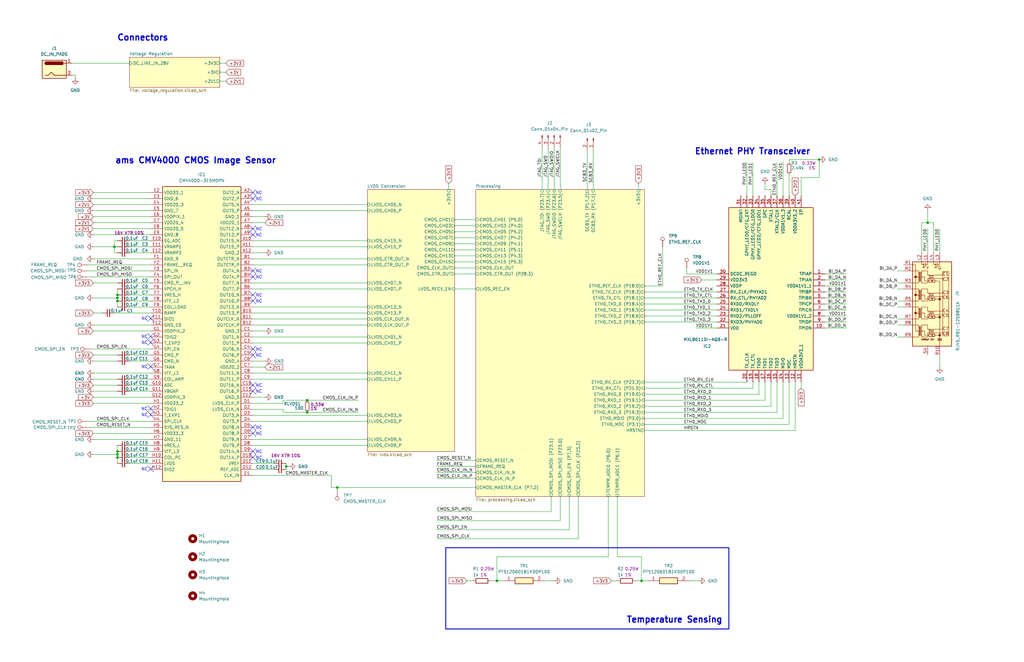
<source format=kicad_sch>
(kicad_sch (version 20250114) (generator "eeschema") (generator_version "9.0")
  (paper "B")
  (title_block (title "S25-26: CMOS Detector Small Satellite Readout System") (date "2024-12-03") (rev "1") (company "Virginia Tech ECE Major Design Experience"))
  (rectangle (start 187.96 231.14) (end 307.34 265.43) (stroke (width 0.381)))
  (text "NC\n" (at 109.22 96.774 0) (effects (font (size 1.27 1.27))))
  (text "NC\n" (at 60.96 134.62 0) (effects (font (size 1.27 1.27))))
  (text "NC\n" (at 109.22 99.314 0) (effects (font (size 1.27 1.27))))
  (text "ams CMV4000 CMOS Image Sensor" (at 116.586 67.818 0) (effects (font (size 2.54 2.54) (thickness 0.508) (bold yes)) (justify right)))
  (text "NC\n" (at 60.96 198.12 0) (effects (font (size 1.27 1.27))))
  (text "NC\n" (at 109.22 114.554 0) (effects (font (size 1.27 1.27))))
  (text "NC\n" (at 109.22 190.754 0) (effects (font (size 1.27 1.27))))
  (text "NC\n" (at 109.22 183.134 0) (effects (font (size 1.27 1.27))))
  (text "Ethernet PHY Transceiver" (at 341.884 64.008 0) (effects (font (size 2.54 2.54) (thickness 0.508) (bold yes)) (justify right)))
  (text "NC\n" (at 109.22 180.594 0) (effects (font (size 1.27 1.27))))
  (text "NC\n" (at 109.22 124.714 0) (effects (font (size 1.27 1.27))))
  (text "NC\n" (at 60.96 175.26 0) (effects (font (size 1.27 1.27))))
  (text "NC\n" (at 109.22 150.114 0) (effects (font (size 1.27 1.27))))
  (text "NC\n" (at 109.22 81.534 0) (effects (font (size 1.27 1.27))))
  (text "NC\n" (at 109.22 165.354 0) (effects (font (size 1.27 1.27))))
  (text "Connectors" (at 71.12 16.002 0) (effects (font (size 2.54 2.54) (thickness 0.508) (bold yes)) (justify right)))
  (text "NC\n" (at 109.22 127.254 0) (effects (font (size 1.27 1.27))))
  (text "NC\n" (at 60.96 172.72 0) (effects (font (size 1.27 1.27))))
  (text "NC\n" (at 60.96 142.24 0) (effects (font (size 1.27 1.27))))
  (text "Temperature Sensing" (at 304.8 261.62 0) (effects (font (size 2.54 2.54) (thickness 0.508) (bold yes)) (justify right)))
  (text "NC\n" (at 109.22 147.574 0) (effects (font (size 1.27 1.27))))
  (text "NC\n" (at 109.22 117.094 0) (effects (font (size 1.27 1.27))))
  (text "NC\n" (at 109.22 162.814 0) (effects (font (size 1.27 1.27))))
  (text "NC\n" (at 109.22 84.074 0) (effects (font (size 1.27 1.27))))
  (text "NC\n" (at 60.96 154.94 0) (effects (font (size 1.27 1.27))))
  (text "NC\n" (at 60.96 144.78 0) (effects (font (size 1.27 1.27))))
  (text "NC\n" (at 109.22 193.294 0) (effects (font (size 1.27 1.27))))
  (junction (at 129.54 173.99))
  (junction (at 48.26 104.14))
  (junction (at 49.53 124.46))
  (junction (at 142.24 205.74))
  (junction (at 49.53 190.5))
  (junction (at 49.53 127))
  (junction (at 270.51 245.11))
  (junction (at 129.54 168.91))
  (junction (at 49.53 193.04))
  (junction (at 345.44 67.31))
  (junction (at 209.55 245.11))
  (junction (at 49.53 191.77))
  (junction (at 391.16 93.98))
  (junction (at 120.65 196.85))
  (junction (at 49.53 125.73))
  (wire (pts (xy 270.51 234.95) (xy 270.51 245.11)))
  (wire (pts (xy 119.38 170.18) (xy 119.38 168.91)))
  (wire (pts (xy 322.58 168.91) (xy 322.58 161.29)))
  (wire (pts (xy 356.87 138.43) (xy 347.98 138.43)))
  (polyline (pts (xy 107.95 82.55) (xy 106.68 81.28)))
  (wire (pts (xy 337.82 74.93) (xy 337.82 82.55)))
  (wire (pts (xy 271.78 179.07) (xy 332.74 179.07)))
  (wire (pts (xy 260.35 209.55) (xy 260.35 234.95)))
  (wire (pts (xy 356.87 128.27) (xy 347.98 128.27)))
  (wire (pts (xy 63.5 101.6) (xy 54.61 101.6)))
  (wire (pts (xy 271.78 135.89) (xy 302.26 135.89)))
  (wire (pts (xy 184.15 219.71) (xy 236.22 219.71)))
  (wire (pts (xy 381 114.3) (xy 378.46 114.3)))
  (wire (pts (xy 271.78 123.19) (xy 302.26 123.19)))
  (wire (pts (xy 184.15 194.31) (xy 200.66 194.31)))
  (wire (pts (xy 191.77 100.33) (xy 200.66 100.33)))
  (wire (pts (xy 49.53 187.96) (xy 49.53 190.5)))
  (polyline (pts (xy 63.5 144.526) (xy 64.77 143.256)))
  (wire (pts (xy 191.77 121.92) (xy 200.66 121.92)))
  (polyline (pts (xy 107.95 118.11) (xy 106.68 116.84)))
  (wire (pts (xy 39.37 165.1) (xy 49.53 165.1)))
  (wire (pts (xy 119.38 173.99) (xy 129.54 173.99)))
  (wire (pts (xy 39.37 109.22) (xy 63.5 109.22)))
  (wire (pts (xy 271.78 166.37) (xy 320.04 166.37)))
  (polyline (pts (xy 106.68 180.34) (xy 105.41 181.61)))
  (wire (pts (xy 191.77 92.71) (xy 200.66 92.71)))
  (wire (pts (xy 289.56 113.03) (xy 289.56 115.57)))
  (polyline (pts (xy 62.23 171.196) (xy 63.5 172.466)))
  (wire (pts (xy 49.53 190.5) (xy 49.53 191.77)))
  (wire (pts (xy 332.74 179.07) (xy 332.74 161.29)))
  (polyline (pts (xy 106.68 127) (xy 105.41 128.27)))
  (wire (pts (xy 256.54 234.95) (xy 209.55 234.95)))
  (wire (pts (xy 332.74 67.31) (xy 345.44 67.31)))
  (wire (pts (xy 330.2 176.53) (xy 330.2 161.29)))
  (wire (pts (xy 54.61 119.38) (xy 63.5 119.38)))
  (wire (pts (xy 38.1 147.32) (xy 63.5 147.32)))
  (wire (pts (xy 129.54 168.91) (xy 151.13 168.91)))
  (wire (pts (xy 233.68 62.23) (xy 233.68 80.01)))
  (wire (pts (xy 106.68 144.78) (xy 154.94 144.78)))
  (polyline (pts (xy 62.23 140.716) (xy 63.5 141.986)))
  (wire (pts (xy 106.68 86.36) (xy 154.94 86.36)))
  (wire (pts (xy 209.55 234.95) (xy 209.55 245.11)))
  (wire (pts (xy 184.15 227.33) (xy 243.84 227.33)))
  (wire (pts (xy 92.71 34.29) (xy 95.25 34.29)))
  (polyline (pts (xy 107.95 184.15) (xy 106.68 182.88)))
  (polyline (pts (xy 106.68 83.82) (xy 105.41 85.09)))
  (wire (pts (xy 388.62 93.98) (xy 388.62 106.68)))
  (polyline (pts (xy 63.5 175.006) (xy 64.77 176.276)))
  (wire (pts (xy 335.28 181.61) (xy 335.28 161.29)))
  (polyline (pts (xy 106.68 83.82) (xy 105.41 82.55)))
  (wire (pts (xy 270.51 245.11) (xy 273.05 245.11)))
  (wire (pts (xy 48.26 104.14) (xy 48.26 106.68)))
  (polyline (pts (xy 63.5 172.466) (xy 64.77 171.196)))
  (wire (pts (xy 356.87 118.11) (xy 347.98 118.11)))
  (wire (pts (xy 271.78 130.81) (xy 302.26 130.81)))
  (wire (pts (xy 191.77 110.49) (xy 200.66 110.49)))
  (wire (pts (xy 39.37 191.77) (xy 49.53 191.77)))
  (wire (pts (xy 271.78 128.27) (xy 302.26 128.27)))
  (polyline (pts (xy 63.5 134.366) (xy 64.77 133.096)))
  (wire (pts (xy 106.68 160.02) (xy 154.94 160.02)))
  (wire (pts (xy 317.5 163.83) (xy 317.5 161.29)))
  (wire (pts (xy 231.14 62.23) (xy 231.14 80.01)))
  (polyline (pts (xy 107.95 191.77) (xy 106.68 193.04)))
  (wire (pts (xy 271.78 171.45) (xy 325.12 171.45)))
  (polyline (pts (xy 107.95 80.01) (xy 106.68 81.28)))
  (wire (pts (xy 191.77 105.41) (xy 200.66 105.41)))
  (wire (pts (xy 39.37 139.7) (xy 63.5 139.7)))
  (wire (pts (xy 54.61 124.46) (xy 63.5 124.46)))
  (wire (pts (xy 290.83 245.11) (xy 294.64 245.11)))
  (wire (pts (xy 119.38 168.91) (xy 129.54 168.91)))
  (wire (pts (xy 39.37 119.38) (xy 49.53 119.38)))
  (polyline (pts (xy 63.5 154.686) (xy 64.77 153.416)))
  (wire (pts (xy 391.16 93.98) (xy 393.7 93.98)))
  (wire (pts (xy 347.98 133.35) (xy 356.87 133.35)))
  (wire (pts (xy 347.98 120.65) (xy 356.87 120.65)))
  (wire (pts (xy 49.53 124.46) (xy 49.53 125.73)))
  (wire (pts (xy 106.68 132.08) (xy 154.94 132.08)))
  (polyline (pts (xy 106.68 96.52) (xy 105.41 95.25)))
  (wire (pts (xy 302.26 118.11) (xy 295.91 118.11)))
  (polyline (pts (xy 107.95 161.29) (xy 106.68 162.56)))
  (wire (pts (xy 39.37 149.86) (xy 49.53 149.86)))
  (wire (pts (xy 106.68 195.58) (xy 115.57 195.58)))
  (wire (pts (xy 106.68 187.96) (xy 154.94 187.96)))
  (wire (pts (xy 49.53 191.77) (xy 49.53 193.04)))
  (wire (pts (xy 54.61 129.54) (xy 63.5 129.54)))
  (wire (pts (xy 271.78 161.29) (xy 314.96 161.29)))
  (wire (pts (xy 119.38 172.72) (xy 119.38 173.99)))
  (polyline (pts (xy 62.23 155.956) (xy 63.5 154.686)))
  (wire (pts (xy 356.87 115.57) (xy 347.98 115.57)))
  (wire (pts (xy 39.37 81.28) (xy 63.5 81.28)))
  (polyline (pts (xy 106.68 127) (xy 105.41 125.73)))
  (wire (pts (xy 191.77 97.79) (xy 200.66 97.79)))
  (wire (pts (xy 293.37 138.43) (xy 302.26 138.43)))
  (polyline (pts (xy 62.23 143.256) (xy 63.5 144.526)))
  (polyline (pts (xy 107.95 97.79) (xy 106.68 99.06)))
  (polyline (pts (xy 62.23 176.276) (xy 63.5 175.006)))
  (wire (pts (xy 236.22 209.55) (xy 236.22 219.71)))
  (polyline (pts (xy 107.95 100.33) (xy 106.68 99.06)))
  (wire (pts (xy 111.76 152.4) (xy 106.68 152.4)))
  (polyline (pts (xy 106.68 116.84) (xy 105.41 118.11)))
  (wire (pts (xy 314.96 68.58) (xy 314.96 82.55)))
  (wire (pts (xy 279.4 104.14) (xy 279.4 120.65)))
  (polyline (pts (xy 106.68 124.46) (xy 105.41 125.73)))
  (wire (pts (xy 48.26 101.6) (xy 49.53 101.6)))
  (polyline (pts (xy 107.95 181.61) (xy 106.68 180.34)))
  (wire (pts (xy 54.61 149.86) (xy 63.5 149.86)))
  (wire (pts (xy 30.48 31.75) (xy 31.75 31.75)))
  (wire (pts (xy 106.68 200.66) (xy 139.7 200.66)))
  (polyline (pts (xy 62.23 196.596) (xy 63.5 197.866)))
  (wire (pts (xy 106.68 121.92) (xy 154.94 121.92)))
  (wire (pts (xy 356.87 130.81) (xy 347.98 130.81)))
  (polyline (pts (xy 107.95 113.03) (xy 106.68 114.3)))
  (wire (pts (xy 39.37 132.08) (xy 43.18 132.08)))
  (polyline (pts (xy 106.68 99.06) (xy 105.41 97.79)))
  (polyline (pts (xy 106.68 96.52) (xy 105.41 97.79)))
  (polyline (pts (xy 106.68 165.1) (xy 105.41 166.37)))
  (polyline (pts (xy 62.23 199.136) (xy 63.5 197.866)))
  (wire (pts (xy 106.68 170.18) (xy 119.38 170.18)))
  (wire (pts (xy 381 121.92) (xy 378.46 121.92)))
  (polyline (pts (xy 106.68 193.04) (xy 105.41 191.77)))
  (wire (pts (xy 48.26 101.6) (xy 48.26 104.14)))
  (wire (pts (xy 142.24 205.74) (xy 142.24 207.01)))
  (wire (pts (xy 240.03 223.52) (xy 184.15 223.52)))
  (wire (pts (xy 388.62 93.98) (xy 391.16 93.98)))
  (wire (pts (xy 39.37 182.88) (xy 63.5 182.88)))
  (wire (pts (xy 228.6 62.23) (xy 228.6 80.01)))
  (polyline (pts (xy 107.95 163.83) (xy 106.68 165.1)))
  (wire (pts (xy 381 134.62) (xy 378.46 134.62)))
  (wire (pts (xy 381 129.54) (xy 378.46 129.54)))
  (polyline (pts (xy 107.95 151.13) (xy 106.68 149.86)))
  (wire (pts (xy 111.76 93.98) (xy 106.68 93.98)))
  (wire (pts (xy 271.78 120.65) (xy 279.4 120.65)))
  (wire (pts (xy 106.68 175.26) (xy 154.94 175.26)))
  (polyline (pts (xy 62.23 145.796) (xy 63.5 144.526)))
  (wire (pts (xy 320.04 166.37) (xy 320.04 161.29)))
  (wire (pts (xy 54.61 190.5) (xy 63.5 190.5)))
  (polyline (pts (xy 106.68 193.04) (xy 105.41 194.31)))
  (wire (pts (xy 106.68 137.16) (xy 154.94 137.16)))
  (polyline (pts (xy 107.95 146.05) (xy 106.68 147.32)))
  (polyline (pts (xy 106.68 81.28) (xy 105.41 80.01)))
  (wire (pts (xy 129.54 173.99) (xy 151.13 173.99)))
  (polyline (pts (xy 106.68 190.5) (xy 105.41 191.77)))
  (polyline (pts (xy 107.95 189.23) (xy 106.68 190.5)))
  (wire (pts (xy 396.24 149.86) (xy 396.24 154.94)))
  (wire (pts (xy 106.68 119.38) (xy 154.94 119.38)))
  (wire (pts (xy 356.87 135.89) (xy 347.98 135.89)))
  (wire (pts (xy 200.66 205.74) (xy 142.24 205.74)))
  (polyline (pts (xy 62.23 173.736) (xy 63.5 175.006)))
  (wire (pts (xy 106.68 134.62) (xy 154.94 134.62)))
  (wire (pts (xy 48.26 104.14) (xy 49.53 104.14)))
  (wire (pts (xy 36.83 114.3) (xy 63.5 114.3)))
  (wire (pts (xy 196.85 245.11) (xy 199.39 245.11)))
  (wire (pts (xy 120.65 196.85) (xy 120.65 198.12)))
  (wire (pts (xy 184.15 215.9) (xy 232.41 215.9)))
  (polyline (pts (xy 106.68 165.1) (xy 105.41 163.83)))
  (wire (pts (xy 345.44 67.31) (xy 345.44 74.93)))
  (wire (pts (xy 271.78 163.83) (xy 317.5 163.83)))
  (polyline (pts (xy 62.23 143.256) (xy 63.5 141.986)))
  (polyline (pts (xy 63.5 197.866) (xy 64.77 199.136)))
  (wire (pts (xy 54.61 121.92) (xy 63.5 121.92)))
  (wire (pts (xy 92.71 26.67) (xy 95.25 26.67)))
  (wire (pts (xy 39.37 137.16) (xy 63.5 137.16)))
  (wire (pts (xy 337.82 163.83) (xy 337.82 161.29)))
  (wire (pts (xy 39.37 93.98) (xy 63.5 93.98)))
  (wire (pts (xy 325.12 171.45) (xy 325.12 161.29)))
  (wire (pts (xy 189.23 77.47) (xy 189.23 80.01)))
  (wire (pts (xy 106.68 101.6) (xy 154.94 101.6)))
  (polyline (pts (xy 106.68 116.84) (xy 105.41 115.57)))
  (wire (pts (xy 191.77 113.03) (xy 200.66 113.03)))
  (wire (pts (xy 289.56 115.57) (xy 302.26 115.57)))
  (wire (pts (xy 260.35 234.95) (xy 270.51 234.95)))
  (wire (pts (xy 381 142.24) (xy 378.46 142.24)))
  (polyline (pts (xy 107.95 166.37) (xy 106.68 165.1)))
  (wire (pts (xy 332.74 73.66) (xy 332.74 82.55)))
  (polyline (pts (xy 107.95 97.79) (xy 106.68 96.52)))
  (wire (pts (xy 48.26 106.68) (xy 49.53 106.68)))
  (polyline (pts (xy 107.95 125.73) (xy 106.68 124.46)))
  (polyline (pts (xy 62.23 133.096) (xy 63.5 134.366)))
  (wire (pts (xy 106.68 198.12) (xy 115.57 198.12)))
  (wire (pts (xy 106.68 104.14) (xy 154.94 104.14)))
  (wire (pts (xy 39.37 96.52) (xy 63.5 96.52)))
  (wire (pts (xy 332.74 67.31) (xy 332.74 68.58)))
  (polyline (pts (xy 107.95 82.55) (xy 106.68 83.82)))
  (polyline (pts (xy 106.68 81.28) (xy 105.41 82.55)))
  (polyline (pts (xy 107.95 128.27) (xy 106.68 127)))
  (wire (pts (xy 191.77 102.87) (xy 200.66 102.87)))
  (wire (pts (xy 106.68 157.48) (xy 154.94 157.48)))
  (wire (pts (xy 31.75 31.75) (xy 31.75 33.02)))
  (wire (pts (xy 106.68 142.24) (xy 154.94 142.24)))
  (wire (pts (xy 111.76 106.68) (xy 106.68 106.68)))
  (wire (pts (xy 39.37 104.14) (xy 48.26 104.14)))
  (wire (pts (xy 142.24 205.74) (xy 139.7 205.74)))
  (polyline (pts (xy 63.5 175.006) (xy 64.77 173.736)))
  (wire (pts (xy 391.16 88.9) (xy 391.16 93.98)))
  (polyline (pts (xy 106.68 162.56) (xy 105.41 161.29)))
  (polyline (pts (xy 106.68 149.86) (xy 105.41 151.13)))
  (wire (pts (xy 393.7 106.68) (xy 393.7 93.98)))
  (wire (pts (xy 184.15 196.85) (xy 200.66 196.85)))
  (wire (pts (xy 49.53 193.04) (xy 49.53 195.58)))
  (wire (pts (xy 54.61 104.14) (xy 63.5 104.14)))
  (wire (pts (xy 271.78 168.91) (xy 322.58 168.91)))
  (polyline (pts (xy 106.68 180.34) (xy 105.41 179.07)))
  (polyline (pts (xy 107.95 115.57) (xy 106.68 116.84)))
  (wire (pts (xy 184.15 199.39) (xy 200.66 199.39)))
  (wire (pts (xy 267.97 245.11) (xy 270.51 245.11)))
  (wire (pts (xy 184.15 201.93) (xy 200.66 201.93)))
  (wire (pts (xy 106.68 88.9) (xy 154.94 88.9)))
  (wire (pts (xy 381 127) (xy 378.46 127)))
  (wire (pts (xy 236.22 62.23) (xy 236.22 80.01)))
  (wire (pts (xy 39.37 160.02) (xy 49.53 160.02)))
  (polyline (pts (xy 106.68 147.32) (xy 105.41 146.05)))
  (polyline (pts (xy 106.68 114.3) (xy 105.41 113.03)))
  (wire (pts (xy 111.76 154.94) (xy 106.68 154.94)))
  (wire (pts (xy 250.19 63.5) (xy 250.19 80.01)))
  (wire (pts (xy 191.77 107.95) (xy 200.66 107.95)))
  (wire (pts (xy 271.78 173.99) (xy 327.66 173.99)))
  (polyline (pts (xy 107.95 85.09) (xy 106.68 83.82)))
  (polyline (pts (xy 63.5 141.986) (xy 64.77 143.256)))
  (wire (pts (xy 39.37 88.9) (xy 63.5 88.9)))
  (wire (pts (xy 243.84 209.55) (xy 243.84 227.33)))
  (wire (pts (xy 191.77 95.25) (xy 200.66 95.25)))
  (wire (pts (xy 317.5 68.58) (xy 317.5 82.55)))
  (wire (pts (xy 207.01 245.11) (xy 209.55 245.11)))
  (wire (pts (xy 39.37 170.18) (xy 63.5 170.18)))
  (wire (pts (xy 271.78 133.35) (xy 302.26 133.35)))
  (wire (pts (xy 39.37 185.42) (xy 63.5 185.42)))
  (wire (pts (xy 327.66 173.99) (xy 327.66 161.29)))
  (polyline (pts (xy 107.95 179.07) (xy 106.68 180.34)))
  (wire (pts (xy 54.61 106.68) (xy 63.5 106.68)))
  (wire (pts (xy 54.61 152.4) (xy 63.5 152.4)))
  (polyline (pts (xy 63.5 144.526) (xy 64.77 145.796)))
  (polyline (pts (xy 63.5 134.366) (xy 64.77 135.636)))
  (wire (pts (xy 39.37 91.44) (xy 63.5 91.44)))
  (polyline (pts (xy 107.95 125.73) (xy 106.68 127)))
  (wire (pts (xy 240.03 209.55) (xy 240.03 223.52)))
  (polyline (pts (xy 106.68 190.5) (xy 105.41 189.23)))
  (wire (pts (xy 111.76 91.44) (xy 106.68 91.44)))
  (wire (pts (xy 92.71 30.48) (xy 95.25 30.48)))
  (polyline (pts (xy 62.23 173.736) (xy 63.5 172.466)))
  (wire (pts (xy 229.87 245.11) (xy 233.68 245.11)))
  (wire (pts (xy 106.68 111.76) (xy 154.94 111.76)))
  (polyline (pts (xy 106.68 182.88) (xy 105.41 184.15)))
  (wire (pts (xy 49.53 127) (xy 49.53 129.54)))
  (wire (pts (xy 322.58 80.01) (xy 325.12 80.01)))
  (wire (pts (xy 36.83 111.76) (xy 63.5 111.76)))
  (polyline (pts (xy 107.95 95.25) (xy 106.68 96.52)))
  (polyline (pts (xy 106.68 182.88) (xy 105.41 181.61)))
  (wire (pts (xy 396.24 96.52) (xy 396.24 106.68)))
  (wire (pts (xy 54.61 165.1) (xy 63.5 165.1)))
  (wire (pts (xy 30.48 26.67) (xy 54.61 26.67)))
  (wire (pts (xy 39.37 99.06) (xy 63.5 99.06)))
  (wire (pts (xy 345.44 74.93) (xy 337.82 74.93)))
  (wire (pts (xy 54.61 187.96) (xy 63.5 187.96)))
  (polyline (pts (xy 107.95 163.83) (xy 106.68 162.56)))
  (polyline (pts (xy 106.68 149.86) (xy 105.41 148.59)))
  (wire (pts (xy 54.61 195.58) (xy 63.5 195.58)))
  (polyline (pts (xy 107.95 123.19) (xy 106.68 124.46)))
  (wire (pts (xy 330.2 68.58) (xy 330.2 82.55)))
  (wire (pts (xy 54.61 160.02) (xy 63.5 160.02)))
  (wire (pts (xy 106.68 167.64) (xy 111.76 167.64)))
  (wire (pts (xy 54.61 162.56) (xy 63.5 162.56)))
  (polyline (pts (xy 62.23 135.636) (xy 63.5 134.366)))
  (wire (pts (xy 36.83 116.84) (xy 63.5 116.84)))
  (wire (pts (xy 106.68 109.22) (xy 154.94 109.22)))
  (polyline (pts (xy 107.95 148.59) (xy 106.68 149.86)))
  (polyline (pts (xy 62.23 153.416) (xy 63.5 154.686)))
  (wire (pts (xy 111.76 139.7) (xy 106.68 139.7)))
  (wire (pts (xy 106.68 177.8) (xy 154.94 177.8)))
  (wire (pts (xy 381 137.16) (xy 378.46 137.16)))
  (wire (pts (xy 269.24 77.47) (xy 269.24 80.01)))
  (wire (pts (xy 106.68 129.54) (xy 154.94 129.54)))
  (wire (pts (xy 106.68 185.42) (xy 154.94 185.42)))
  (wire (pts (xy 322.58 77.47) (xy 322.58 80.01)))
  (wire (pts (xy 36.83 177.8) (xy 63.5 177.8)))
  (wire (pts (xy 39.37 125.73) (xy 49.53 125.73)))
  (wire (pts (xy 232.41 209.55) (xy 232.41 215.9)))
  (polyline (pts (xy 106.68 99.06) (xy 105.41 100.33)))
  (polyline (pts (xy 107.95 148.59) (xy 106.68 147.32)))
  (polyline (pts (xy 107.95 181.61) (xy 106.68 182.88)))
  (wire (pts (xy 325.12 80.01) (xy 325.12 82.55)))
  (wire (pts (xy 356.87 123.19) (xy 347.98 123.19)))
  (wire (pts (xy 120.65 196.85) (xy 121.92 196.85)))
  (wire (pts (xy 327.66 68.58) (xy 327.66 82.55)))
  (wire (pts (xy 271.78 176.53) (xy 330.2 176.53)))
  (wire (pts (xy 39.37 152.4) (xy 49.53 152.4)))
  (wire (pts (xy 120.65 195.58) (xy 120.65 196.85)))
  (wire (pts (xy 209.55 245.11) (xy 212.09 245.11)))
  (wire (pts (xy 39.37 157.48) (xy 63.5 157.48)))
  (wire (pts (xy 54.61 193.04) (xy 63.5 193.04)))
  (wire (pts (xy 36.83 180.34) (xy 63.5 180.34)))
  (wire (pts (xy 191.77 115.57) (xy 200.66 115.57)))
  (wire (pts (xy 106.68 172.72) (xy 119.38 172.72)))
  (polyline (pts (xy 106.68 162.56) (xy 105.41 163.83)))
  (polyline (pts (xy 107.95 194.31) (xy 106.68 193.04)))
  (wire (pts (xy 247.65 63.5) (xy 247.65 80.01)))
  (wire (pts (xy 54.61 127) (xy 63.5 127)))
  (wire (pts (xy 257.81 245.11) (xy 260.35 245.11)))
  (wire (pts (xy 39.37 83.82) (xy 63.5 83.82)))
  (polyline (pts (xy 106.68 147.32) (xy 105.41 148.59)))
  (wire (pts (xy 391.16 96.52) (xy 391.16 106.68)))
  (polyline (pts (xy 107.95 191.77) (xy 106.68 190.5)))
  (wire (pts (xy 49.53 121.92) (xy 49.53 124.46)))
  (wire (pts (xy 39.37 86.36) (xy 63.5 86.36)))
  (wire (pts (xy 356.87 125.73) (xy 347.98 125.73)))
  (polyline (pts (xy 63.5 197.866) (xy 64.77 196.596)))
  (polyline (pts (xy 63.5 172.466) (xy 64.77 173.736)))
  (wire (pts (xy 48.26 132.08) (xy 63.5 132.08)))
  (wire (pts (xy 49.53 125.73) (xy 49.53 127)))
  (polyline (pts (xy 63.5 141.986) (xy 64.77 140.716)))
  (wire (pts (xy 39.37 162.56) (xy 49.53 162.56)))
  (wire (pts (xy 381 119.38) (xy 378.46 119.38)))
  (polyline (pts (xy 106.68 114.3) (xy 105.41 115.57)))
  (polyline (pts (xy 107.95 115.57) (xy 106.68 114.3)))
  (wire (pts (xy 271.78 125.73) (xy 302.26 125.73)))
  (wire (pts (xy 271.78 181.61) (xy 335.28 181.61)))
  (wire (pts (xy 139.7 205.74) (xy 139.7 200.66)))
  (polyline (pts (xy 106.68 124.46) (xy 105.41 123.19)))
  (wire (pts (xy 256.54 209.55) (xy 256.54 234.95)))
  (polyline (pts (xy 63.5 154.686) (xy 64.77 155.956)))
  (wire (pts (xy 39.37 167.64) (xy 63.5 167.64)))
  (label "CMOS_SPI_MOSI" (at 184.15 215.9 0))
  (label "CMOS_SPI_CLK" (at 184.15 227.33 0))
  (label "ETH0_RX_CLK" (at 288.29 161.29 0))
  (label "SCB3_RX" (at 250.19 68.58 270))
  (label "ETH0_TXD_1" (at 288.29 130.81 0))
  (label "CMOS_RESET_N" (at 184.15 194.31 0))
  (label "CMOS_SPI_MOSI" (at 40.64 114.3 0))
  (label "CMOS_SPI_CLK" (at 40.64 177.8 0))
  (label "PHY_LED0" (at 396.24 96.52 270))
  (label "VDD1V1" (at 356.87 133.35 180))
  (label "BI_DA_N" (at 356.87 118.11 180))
  (label "BI_DC_N" (at 356.87 130.81 180))
  (label "CMOS_CLK_IN_P" (at 151.13 168.91 180))
  (label "ETH0_RXD_0" (at 288.29 166.37 0))
  (label "ETH0_TX_CLK" (at 288.29 123.19 0))
  (label "CMOS_CLK_IN_N" (at 151.13 173.99 180))
  (label "PHY_LED0" (at 391.16 96.52 270))
  (label "BI_DD_N" (at 378.46 142.24 180))
  (label "ETH0_TXD_0" (at 288.29 128.27 0))
  (label "BI_DD_N" (at 356.87 138.43 180))
  (label "SCB3_TX" (at 247.65 68.58 270))
  (label "ETH0_TX_CTL" (at 288.29 125.73 0))
  (label "ETH0_RX_CTL" (at 288.29 163.83 0))
  (label "CMOS_MASTER_CLK" (at 138.43 200.66 180))
  (label "VDD1V1" (at 356.87 120.65 180))
  (label "VDD1V1" (at 293.37 115.57 0))
  (label "VDD1V1" (at 330.2 68.58 270))
  (label "JTAG_SWO" (at 231.14 74.93 90))
  (label "ETH0_REF_CLK" (at 279.4 106.68 270))
  (label "CMOS_SPI_MISO" (at 40.64 116.84 0))
  (label "BI_DB_N" (at 378.46 127 180))
  (label "ETH0_MDC" (at 288.29 179.07 0))
  (label "ETH0_TXD_3" (at 288.29 135.89 0))
  (label "CMOS_SPI_EN" (at 40.64 147.32 0))
  (label "PHY_LED0" (at 314.96 68.58 270))
  (label "CMOS_CLK_IN_P" (at 184.15 201.93 0))
  (label "CMOS_CLK_IN_N" (at 184.15 199.39 0))
  (label "ETH0_MDIO" (at 288.29 176.53 0))
  (label "BI_DC_P" (at 378.46 129.54 180))
  (label "BI_DC_P" (at 356.87 128.27 180))
  (label "HRSTN" (at 288.29 181.61 0))
  (label "ETH0_TXD_2" (at 288.29 133.35 0))
  (label "CMOS_RESET_N" (at 40.64 180.34 0))
  (label "ETH0_RXD_2" (at 288.29 171.45 0))
  (label "ETH0_RXD_3" (at 288.29 173.99 0))
  (label "JTAG_SWDIO" (at 233.68 74.93 90))
  (label "BI_DA_P" (at 356.87 115.57 180))
  (label "ETH0_RXD_1" (at 288.29 168.91 0))
  (label "VDD1V1" (at 293.37 138.43 0))
  (label "BI_DB_N" (at 356.87 125.73 180))
  (label "BI_DB_P" (at 378.46 121.92 180))
  (label "JTAG_TDI" (at 228.6 74.93 90))
  (label "BI_DD_P" (at 356.87 135.89 180))
  (label "FRAME_REQ" (at 184.15 196.85 0))
  (label "PHY_LED1" (at 317.5 68.58 270))
  (label "BI_DA_P" (at 378.46 114.3 180))
  (label "BI_DD_P" (at 378.46 137.16 180))
  (label "FRAME_REQ" (at 40.64 111.76 0))
  (label "ETH0_REF_CLK" (at 327.66 68.58 270))
  (label "CMOS_SPI_MISO" (at 184.15 219.71 0))
  (label "CMOS_SPI_EN" (at 184.15 223.52 0))
  (label "BI_DB_P" (at 356.87 123.19 180))
  (label "JTAG_SWCLK" (at 236.22 74.93 90))
  (label "BI_DA_N" (at 378.46 119.38 180))
  (label "BI_DC_N" (at 378.46 134.62 180))
  (global_label "+3V3" (shape input) (at 196.85 245.11 180) (property "Intersheetrefs" "${INTERSHEET_REFS}" (effects (hide yes))))
  (global_label "+3V3" (shape input) (at 39.37 119.38 180) (property "Intersheetrefs" "${INTERSHEET_REFS}" (effects (hide yes))))
  (global_label "+3V3" (shape input) (at 189.23 77.47 90) (property "Intersheetrefs" "${INTERSHEET_REFS}" (effects (hide yes))))
  (global_label "+3V3" (shape input) (at 39.37 149.86 180) (property "Intersheetrefs" "${INTERSHEET_REFS}" (effects (hide yes))))
  (global_label "+3V" (shape input) (at 39.37 139.7 180) (property "Intersheetrefs" "${INTERSHEET_REFS}" (effects (hide yes))))
  (global_label "+3V3" (shape input) (at 39.37 132.08 180) (property "Intersheetrefs" "${INTERSHEET_REFS}" (effects (hide yes))))
  (global_label "+2V1" (shape input) (at 111.76 154.94 0) (property "Intersheetrefs" "${INTERSHEET_REFS}" (effects (hide yes))))
  (global_label "+3V3" (shape input) (at 39.37 182.88 180) (property "Intersheetrefs" "${INTERSHEET_REFS}" (effects (hide yes))))
  (global_label "+3V" (shape input) (at 39.37 167.64 180) (property "Intersheetrefs" "${INTERSHEET_REFS}" (effects (hide yes))))
  (global_label "+2V1" (shape input) (at 39.37 96.52 180) (property "Intersheetrefs" "${INTERSHEET_REFS}" (effects (hide yes))))
  (global_label "+3V3" (shape input) (at 95.25 26.67 0) (property "Intersheetrefs" "${INTERSHEET_REFS}" (effects (hide yes))))
  (global_label "+3V3" (shape input) (at 295.91 118.11 180) (property "Intersheetrefs" "${INTERSHEET_REFS}" (effects (hide yes))))
  (global_label "+3V3" (shape input) (at 257.81 245.11 180) (property "Intersheetrefs" "${INTERSHEET_REFS}" (effects (hide yes))))
  (global_label "+2V1" (shape input) (at 95.25 34.29 0) (property "Intersheetrefs" "${INTERSHEET_REFS}" (effects (hide yes))))
  (global_label "+3V3" (shape input) (at 39.37 162.56 180) (property "Intersheetrefs" "${INTERSHEET_REFS}" (effects (hide yes))))
  (global_label "+3V3" (shape input) (at 335.28 82.55 90) (property "Intersheetrefs" "${INTERSHEET_REFS}" (effects (hide yes))))
  (global_label "+3V3" (shape input) (at 39.37 170.18 180) (property "Intersheetrefs" "${INTERSHEET_REFS}" (effects (hide yes))))
  (global_label "+3V3" (shape input) (at 39.37 81.28 180) (property "Intersheetrefs" "${INTERSHEET_REFS}" (effects (hide yes))))
  (global_label "+2V1" (shape input) (at 39.37 93.98 180) (property "Intersheetrefs" "${INTERSHEET_REFS}" (effects (hide yes))))
  (global_label "+3V" (shape input) (at 95.25 30.48 0) (property "Intersheetrefs" "${INTERSHEET_REFS}" (effects (hide yes))))
  (global_label "+2V1" (shape input) (at 111.76 93.98 0) (property "Intersheetrefs" "${INTERSHEET_REFS}" (effects (hide yes))))
  (global_label "+3V3" (shape input) (at 269.24 77.47 90) (property "Intersheetrefs" "${INTERSHEET_REFS}" (effects (hide yes))))
  (global_label "+3V3" (shape input) (at 337.82 163.83 270) (property "Intersheetrefs" "${INTERSHEET_REFS}" (effects (hide yes))))
  (global_label "+3V" (shape input) (at 39.37 91.44 180) (property "Intersheetrefs" "${INTERSHEET_REFS}" (effects (hide yes))))
  (global_label "+2V1" (shape input) (at 39.37 86.36 180) (property "Intersheetrefs" "${INTERSHEET_REFS}" (effects (hide yes))))
  (symbol (lib_id "power:GND") (at 39.37 88.9 270) (unit 1)
    (property "Reference" "#PWR02" (effects (hide yes)))
    (property "Value" "GND" (at 35.56 88.8999 90) (effects (justify right)))
    (property "Description" "Power symbol creates a global label with name \"GND\" , ground" (effects (hide yes)))
  )
  (symbol (lib_id "Device:R_Small") (at 332.74 71.12 0) (mirror y) (unit 1)
    (property "Reference" "R3" (at 336.296 68.834 0) (effects (justify left)))
    (property "Value" "2.49k" (at 339.09 70.866 0) (effects (justify left)))
    (property "Footprint" "Resistor_SMD:R_0603_1608Metric" (effects (hide yes)))
    (property "Description" "Resistor, small symbol" (effects (hide yes)))
    (property "Power Rating" "0.33W" (at 341.122 68.834 0))
    (property "Tolerance" "1%" (at 342.392 70.866 0))
    (property "Mouser Part Number" "71-CRCW06032K49FKEAH" (effects (hide yes)))
    (property "Mouser Price/Stock" "https://www.mouser.com/ProductDetail/Vishay-Dale/CRCW06032K49FKEAHP?qs=ua4hIysp8dLYrpYbxMi55Q%3D%3D" (effects (hide yes)))
  )
  (symbol (lib_id "Device:C_Small") (at 52.07 106.68 90) (unit 1)
    (property "Reference" "C4" (at 62.484 105.664 90) (effects (justify left)))
    (property "Value" "0.1uF" (at 58.42 105.664 90) (effects (justify left)))
    (property "Footprint" "Capacitor_SMD:C_0603_1608Metric" (effects (hide yes)))
    (property "Description" "Unpolarized capacitor, small symbol" (effects (hide yes)))
    (property "Voltage Rating" "16V" (effects (hide yes)))
    (property "Dielectric" "X7R" (effects (hide yes)))
    (property "Tolerance" "10%" (effects (hide yes)))
    (property "Mouser Part Number" "81-GCM188R71C104KA7J" (effects (hide yes)))
    (property "Mouser Price/Stock" "https://www.mouser.com/ProductDetail/Murata-Electronics/GCM188R71C104KA37J?qs=bGEzvQhTDnZD08oWyjLpYQ%3D%3D" (effects (hide yes)))
  )
  (symbol (lib_id "SamacSys_Parts:MXL86110C-AQB-R") (at 347.98 115.57 0) (mirror y) (unit 1)
    (property "Reference" "IC2" (at 298.196 146.05 0))
    (property "Value" "MXL86110I-AQB-R" (at 297.434 143.256 0))
    (property "Footprint" "QFN40P500X500X95-41N-D" (effects (hide yes)))
    (property "Datasheet" "https://assets.maxlinear.com/web/documents/mxl86110.pdf" (effects (hide yes)))
    (property "Description" "Ethernet ICs 1G Ethernet PHY" (effects (hide yes)))
    (property "Height" "0.95" (effects (hide yes)))
    (property "Manufacturer_Name" "MaxLinear, Inc." (effects (hide yes)))
    (property "Manufacturer_Part_Number" "MXL86110I-AQB-R" (effects (hide yes)))
    (property "Mouser Part Number" "701-MXL86110I-AQB-R" (effects (hide yes)))
    (property "Mouser Price/Stock" "https://www.mouser.com/ProductDetail/MaxLinear/MXL86110I-AQB-R?qs=HoCaDK9Nz5dY9zcrCfZYZw%3D%3D" (effects (hide yes)))
  )
  (symbol (lib_id "Device:C_Small") (at 52.07 124.46 90) (unit 1)
    (property "Reference" "C7" (at 62.484 123.444 90) (effects (justify left)))
    (property "Value" "0.1uF" (at 58.42 123.444 90) (effects (justify left)))
    (property "Footprint" "Capacitor_SMD:C_0603_1608Metric" (effects (hide yes)))
    (property "Description" "Unpolarized capacitor, small symbol" (effects (hide yes)))
    (property "Voltage Rating" "16V" (effects (hide yes)))
    (property "Dielectric" "X7R" (effects (hide yes)))
    (property "Tolerance" "10%" (effects (hide yes)))
    (property "Mouser Part Number" "81-GCM188R71C104KA7J" (effects (hide yes)))
    (property "Mouser Price/Stock" "https://www.mouser.com/ProductDetail/Murata-Electronics/GCM188R71C104KA37J?qs=bGEzvQhTDnZD08oWyjLpYQ%3D%3D" (effects (hide yes)))
  )
  (symbol (lib_id "Connector:Barrel_Jack") (at 22.86 29.21 0) (unit 1) (in_bom no)
    (property "Reference" "J1" (at 22.86 20.32 0))
    (property "Value" "DC_IN_PADS" (at 22.86 22.86 0))
    (property "Footprint" "Connector_Wire:SolderWire-2sqmm_1x02_P7.8mm_D2mm_OD3.9mm" (effects (hide yes)))
    (property "Description" "DC Barrel Jack" (effects (hide yes)))
  )
  (symbol (lib_id "power:GND") (at 39.37 191.77 270) (unit 1)
    (property "Reference" "#PWR013" (effects (hide yes)))
    (property "Value" "GND" (at 35.56 191.7699 90) (effects (justify right)))
    (property "Description" "Power symbol creates a global label with name \"GND\" , ground" (effects (hide yes)))
  )
  (symbol (lib_id "Connector:TestPoint") (at 36.83 111.76 90) (unit 1)
    (property "Reference" "TP4" (at 29.972 111.76 90))
    (property "Value" "FRAME_REQ" (at 18.542 111.76 90))
    (property "Footprint" "TestPoint:TestPoint_Pad_2.0x2.0mm" (effects (hide yes)))
    (property "Description" "test point" (effects (hide yes)))
  )
  (symbol (lib_id "Device:C_Small") (at 52.07 187.96 90) (unit 1)
    (property "Reference" "C15" (at 62.484 186.944 90) (effects (justify left)))
    (property "Value" "0.1uF" (at 58.42 186.944 90) (effects (justify left)))
    (property "Footprint" "Capacitor_SMD:C_0603_1608Metric" (effects (hide yes)))
    (property "Description" "Unpolarized capacitor, small symbol" (effects (hide yes)))
    (property "Voltage Rating" "16V" (effects (hide yes)))
    (property "Dielectric" "X7R" (effects (hide yes)))
    (property "Tolerance" "10%" (effects (hide yes)))
    (property "Mouser Part Number" "81-GCM188R71C104KA7J" (effects (hide yes)))
    (property "Mouser Price/Stock" "https://www.mouser.com/ProductDetail/Murata-Electronics/GCM188R71C104KA37J?qs=bGEzvQhTDnZD08oWyjLpYQ%3D%3D" (effects (hide yes)))
  )
  (symbol (lib_id "Connector:TestPoint") (at 279.4 104.14 0) (unit 1)
    (property "Reference" "TP9" (at 281.94 99.5679 0) (effects (justify left)))
    (property "Value" "ETH0_REF_CLK" (at 281.94 102.1079 0) (effects (justify left)))
    (property "Footprint" "TestPoint:TestPoint_Pad_2.0x2.0mm" (effects (hide yes)))
    (property "Description" "test point" (effects (hide yes)))
  )
  (symbol (lib_id "power:GND") (at 121.92 196.85 90) (unit 1)
    (property "Reference" "#PWR020" (effects (hide yes)))
    (property "Value" "GND" (at 125.73 196.8499 90) (effects (justify right)))
    (property "Description" "Power symbol creates a global label with name \"GND\" , ground" (effects (hide yes)))
  )
  (symbol (lib_id "power:GND") (at 391.16 88.9 180) (unit 1)
    (property "Reference" "#PWR025" (effects (hide yes)))
    (property "Value" "GND" (at 391.16 83.82 0))
    (property "Description" "Power symbol creates a global label with name \"GND\" , ground" (effects (hide yes)))
  )
  (symbol (lib_id "Device:C_Small") (at 52.07 129.54 90) (unit 1)
    (property "Reference" "C9" (at 62.484 128.524 90) (effects (justify left)))
    (property "Value" "0.1uF" (at 58.42 128.524 90) (effects (justify left)))
    (property "Footprint" "Capacitor_SMD:C_0603_1608Metric" (effects (hide yes)))
    (property "Description" "Unpolarized capacitor, small symbol" (effects (hide yes)))
    (property "Voltage Rating" "16V" (effects (hide yes)))
    (property "Dielectric" "X7R" (effects (hide yes)))
    (property "Tolerance" "10%" (effects (hide yes)))
    (property "Mouser Part Number" "81-GCM188R71C104KA7J" (effects (hide yes)))
    (property "Mouser Price/Stock" "https://www.mouser.com/ProductDetail/Murata-Electronics/GCM188R71C104KA37J?qs=bGEzvQhTDnZD08oWyjLpYQ%3D%3D" (effects (hide yes)))
  )
  (symbol (lib_id "Device:C_Small") (at 45.72 132.08 90) (unit 1)
    (property "Reference" "C1" (at 56.134 131.064 90) (effects (justify left)))
    (property "Value" "0.1uF" (at 52.07 131.064 90) (effects (justify left)))
    (property "Footprint" "Capacitor_SMD:C_0603_1608Metric" (effects (hide yes)))
    (property "Description" "Unpolarized capacitor, small symbol" (effects (hide yes)))
    (property "Voltage Rating" "16V" (effects (hide yes)))
    (property "Dielectric" "X7R" (effects (hide yes)))
    (property "Tolerance" "10%" (effects (hide yes)))
    (property "Mouser Part Number" "81-GCM188R71C104KA7J" (effects (hide yes)))
    (property "Mouser Price/Stock" "https://www.mouser.com/ProductDetail/Murata-Electronics/GCM188R71C104KA37J?qs=bGEzvQhTDnZD08oWyjLpYQ%3D%3D" (effects (hide yes)))
  )
  (symbol (lib_id "SamacSys_Parts:CMV4000-3E5M0PN") (at 106.68 81.28 0) (mirror y) (unit 1) (in_bom no)
    (property "Reference" "IC1" (at 85.09 73.66 0))
    (property "Value" "CMV4000-3E5M0PN" (at 85.09 76.2 0))
    (property "Footprint" "SamacSys_Parts:CMV40003E5M0PN" (effects (hide yes)))
    (property "Datasheet" "https://www.mouser.in/datasheet/2/588/CMV4000_DS000728_4_00-1889788.pdf" (effects (hide yes)))
    (property "Description" "Global Shutter CMOS Image Sensor for Machine Vision" (effects (hide yes)))
    (property "Height" "3.23" (effects (hide yes)))
    (property "Manufacturer_Name" "ams OSRAM" (effects (hide yes)))
    (property "Manufacturer_Part_Number" "CMV4000-3E5M0PN" (effects (hide yes)))
  )
  (symbol (lib_id "Connector:TestPoint") (at 36.83 177.8 90) (unit 1)
    (property "Reference" "TP1" (at 30.48 177.8 90))
    (property "Value" "CMOS_RESET_N" (at 20.828 178.054 90))
    (property "Footprint" "TestPoint:TestPoint_Pad_2.0x2.0mm" (effects (hide yes)))
    (property "Description" "test point" (effects (hide yes)))
  )
  (symbol (lib_id "Mechanical:MountingHole") (at 81.28 234.95 0) (unit 1) (exclude_from_sim yes) (in_bom no)
    (property "Reference" "H2" (at 83.82 233.6799 0) (effects (justify left)))
    (property "Value" "MountingHole" (at 83.82 236.2199 0) (effects (justify left)))
    (property "Footprint" "MountingHole:MountingHole_2.7mm" (effects (hide yes)))
    (property "Description" "Mounting Hole without connection" (effects (hide yes)))
  )
  (symbol (lib_id "power:GND") (at 39.37 165.1 270) (unit 1)
    (property "Reference" "#PWR011" (effects (hide yes)))
    (property "Value" "GND" (at 35.56 165.0999 90) (effects (justify right)))
    (property "Description" "Power symbol creates a global label with name \"GND\" , ground" (effects (hide yes)))
  )
  (symbol (lib_id "Device:C_Small") (at 52.07 162.56 90) (unit 1)
    (property "Reference" "C13" (at 62.484 161.544 90) (effects (justify left)))
    (property "Value" "0.1uF" (at 58.42 161.544 90) (effects (justify left)))
    (property "Footprint" "Capacitor_SMD:C_0603_1608Metric" (effects (hide yes)))
    (property "Description" "Unpolarized capacitor, small symbol" (effects (hide yes)))
    (property "Voltage Rating" "16V" (effects (hide yes)))
    (property "Dielectric" "X7R" (effects (hide yes)))
    (property "Tolerance" "10%" (effects (hide yes)))
    (property "Mouser Part Number" "81-GCM188R71C104KA7J" (effects (hide yes)))
    (property "Mouser Price/Stock" "https://www.mouser.com/ProductDetail/Murata-Electronics/GCM188R71C104KA37J?qs=bGEzvQhTDnZD08oWyjLpYQ%3D%3D" (effects (hide yes)))
  )
  (symbol (lib_id "power:GND") (at 233.68 245.11 90) (unit 1)
    (property "Reference" "#PWR021" (effects (hide yes)))
    (property "Value" "GND" (at 237.49 245.1099 90) (effects (justify right)))
    (property "Description" "Power symbol creates a global label with name \"GND\" , ground" (effects (hide yes)))
  )
  (symbol (lib_id "Device:C_Small") (at 52.07 119.38 90) (unit 1)
    (property "Reference" "C5" (at 62.484 118.364 90) (effects (justify left)))
    (property "Value" "0.1uF" (at 58.42 118.364 90) (effects (justify left)))
    (property "Footprint" "Capacitor_SMD:C_0603_1608Metric" (effects (hide yes)))
    (property "Description" "Unpolarized capacitor, small symbol" (effects (hide yes)))
    (property "Voltage Rating" "16V" (effects (hide yes)))
    (property "Dielectric" "X7R" (effects (hide yes)))
    (property "Tolerance" "10%" (effects (hide yes)))
    (property "Mouser Part Number" "81-GCM188R71C104KA7J" (effects (hide yes)))
    (property "Mouser Price/Stock" "https://www.mouser.com/ProductDetail/Murata-Electronics/GCM188R71C104KA37J?qs=bGEzvQhTDnZD08oWyjLpYQ%3D%3D" (effects (hide yes)))
  )
  (symbol (lib_id "power:GND") (at 39.37 109.22 270) (unit 1)
    (property "Reference" "#PWR05" (effects (hide yes)))
    (property "Value" "GND" (at 34.798 109.22 90) (effects (justify right)))
    (property "Description" "Power symbol creates a global label with name \"GND\" , ground" (effects (hide yes)))
  )
  (symbol (lib_id "Device:R") (at 203.2 245.11 270) (unit 1)
    (property "Reference" "R1" (at 200.66 240.03 90))
    (property "Value" "1k" (at 200.66 242.57 90))
    (property "Footprint" "Resistor_SMD:R_1206_3216Metric" (effects (hide yes)))
    (property "Description" "Resistor" (effects (hide yes)))
    (property "Power Rating" "0.25W" (at 205.486 240.03 90))
    (property "Tolerance" "1%" (at 203.962 242.57 90))
    (property "Mouser Part Number" "71-CRCW06031K00FKED " (effects (hide yes)))
    (property "Mouser Price/Stock" "https://www.mouser.com/ProductDetail/Vishay-Dale/CRCW06031K00FKED?qs=%252B6g0mu59x7IDenfbVFhzAg%3D%3D" (effects (hide yes)))
  )
  (symbol (lib_id "power:GND") (at 39.37 137.16 270) (unit 1)
    (property "Reference" "#PWR07" (effects (hide yes)))
    (property "Value" "GND" (at 35.56 137.1599 90) (effects (justify right)))
    (property "Description" "Power symbol creates a global label with name \"GND\" , ground" (effects (hide yes)))
  )
  (symbol (lib_id "Connector:TestPoint") (at 38.1 147.32 90) (unit 1)
    (property "Reference" "TP3" (at 31.496 147.32 90))
    (property "Value" "CMOS_SPI_EN" (at 21.082 147.32 90))
    (property "Footprint" "TestPoint:TestPoint_Pad_2.0x2.0mm" (effects (hide yes)))
    (property "Description" "test point" (effects (hide yes)))
  )
  (symbol (lib_id "power:GND") (at 39.37 125.73 270) (unit 1)
    (property "Reference" "#PWR06" (effects (hide yes)))
    (property "Value" "GND" (at 35.56 125.7299 90) (effects (justify right)))
    (property "Description" "Power symbol creates a global label with name \"GND\" , ground" (effects (hide yes)))
  )
  (symbol (lib_id "Connector:RJ45_RB1-125B8G1A") (at 393.7 129.54 0) (mirror y) (unit 1)
    (property "Reference" "J4" (at 403.606 122.682 90) (effects (justify right)))
    (property "Value" "RJ45_RB1-125B8G1A" (at 403.86 127.254 90) (effects (justify right)))
    (property "Footprint" "Connector_RJ:RJ45_UDE_RB1-125B8G1A" (effects (hide yes)))
    (property "Datasheet" "https://datasheet.lcsc.com/szlcsc/1901091107_UDE-Corp-RB1-125B8G1A_C363353.pdf" (effects (hide yes)))
    (property "Description" "LAN Transformer Jack, RJ45, 10/100/1000 BaseT" (effects (hide yes)))
  )
  (symbol (lib_id "Connector:Conn_01x04_Pin") (at 233.68 57.15 270) (unit 1) (in_bom no)
    (property "Reference" "J2" (at 231.775 51.943 90))
    (property "Value" "Conn_01x04_Pin" (at 231.775 54.483 90))
    (property "Footprint" "Connector_PinHeader_2.54mm:PinHeader_1x04_P2.54mm_Vertical" (effects (hide yes)))
    (property "Description" "Generic connector, single row, 01x04, script generated" (effects (hide yes)))
  )
  (symbol (lib_id "Device:C_Small") (at 118.11 198.12 90) (unit 1)
    (property "Reference" "C20" (at 111.76 197.104 90) (effects (justify left)))
    (property "Value" "0.1uF" (at 117.348 197.104 90) (effects (justify left)))
    (property "Footprint" "Capacitor_SMD:C_0603_1608Metric" (effects (hide yes)))
    (property "Description" "Unpolarized capacitor, small symbol" (effects (hide yes)))
    (property "Voltage Rating" "16V" (effects (hide yes)))
    (property "Dielectric" "X7R" (effects (hide yes)))
    (property "Tolerance" "10%" (effects (hide yes)))
    (property "Mouser Part Number" "81-GCM188R71C104KA7J" (effects (hide yes)))
    (property "Mouser Price/Stock" "https://www.mouser.com/ProductDetail/Murata-Electronics/GCM188R71C104KA37J?qs=bGEzvQhTDnZD08oWyjLpYQ%3D%3D" (effects (hide yes)))
  )
  (symbol (lib_id "Connector:TestPoint") (at 142.24 207.01 180) (unit 1)
    (property "Reference" "TP7" (at 144.78 209.0419 0) (effects (justify right)))
    (property "Value" "CMOS_MASTER_CLK" (at 144.78 211.5819 0) (effects (justify right)))
    (property "Footprint" "TestPoint:TestPoint_Pad_2.0x2.0mm" (effects (hide yes)))
    (property "Description" "test point" (effects (hide yes)))
  )
  (symbol (lib_id "Device:C_Small") (at 52.07 165.1 90) (unit 1)
    (property "Reference" "C14" (at 62.484 164.084 90) (effects (justify left)))
    (property "Value" "0.1uF" (at 58.42 164.084 90) (effects (justify left)))
    (property "Footprint" "Capacitor_SMD:C_0603_1608Metric" (effects (hide yes)))
    (property "Description" "Unpolarized capacitor, small symbol" (effects (hide yes)))
    (property "Voltage Rating" "16V" (effects (hide yes)))
    (property "Dielectric" "X7R" (effects (hide yes)))
    (property "Tolerance" "10%" (effects (hide yes)))
    (property "Mouser Part Number" "81-GCM188R71C104KA7J" (effects (hide yes)))
    (property "Mouser Price/Stock" "https://www.mouser.com/ProductDetail/Murata-Electronics/GCM188R71C104KA37J?qs=bGEzvQhTDnZD08oWyjLpYQ%3D%3D" (effects (hide yes)))
  )
  (symbol (lib_id "Mechanical:MountingHole") (at 81.28 251.46 0) (unit 1) (exclude_from_sim yes) (in_bom no)
    (property "Reference" "H4" (at 83.82 250.1899 0) (effects (justify left)))
    (property "Value" "MountingHole" (at 83.82 252.7299 0) (effects (justify left)))
    (property "Footprint" "MountingHole:MountingHole_2.7mm" (effects (hide yes)))
    (property "Description" "Mounting Hole without connection" (effects (hide yes)))
  )
  (symbol (lib_id "Device:C_Small") (at 52.07 193.04 90) (unit 1)
    (property "Reference" "C17" (at 62.484 192.024 90) (effects (justify left)))
    (property "Value" "0.1uF" (at 58.42 192.024 90) (effects (justify left)))
    (property "Footprint" "Capacitor_SMD:C_0603_1608Metric" (effects (hide yes)))
    (property "Description" "Unpolarized capacitor, small symbol" (effects (hide yes)))
    (property "Voltage Rating" "16V" (effects (hide yes)))
    (property "Dielectric" "X7R" (effects (hide yes)))
    (property "Tolerance" "10%" (effects (hide yes)))
    (property "Mouser Part Number" "81-GCM188R71C104KA7J" (effects (hide yes)))
    (property "Mouser Price/Stock" "https://www.mouser.com/ProductDetail/Murata-Electronics/GCM188R71C104KA37J?qs=bGEzvQhTDnZD08oWyjLpYQ%3D%3D" (effects (hide yes)))
  )
  (symbol (lib_id "power:GND") (at 39.37 152.4 270) (unit 1)
    (property "Reference" "#PWR08" (effects (hide yes)))
    (property "Value" "GND" (at 35.56 152.3999 90) (effects (justify right)))
    (property "Description" "Power symbol creates a global label with name \"GND\" , ground" (effects (hide yes)))
  )
  (symbol (lib_id "power:GND") (at 294.64 245.11 90) (unit 1)
    (property "Reference" "#PWR022" (effects (hide yes)))
    (property "Value" "GND" (at 298.45 245.1099 90) (effects (justify right)))
    (property "Description" "Power symbol creates a global label with name \"GND\" , ground" (effects (hide yes)))
  )
  (symbol (lib_id "power:GND") (at 111.76 106.68 90) (unit 1)
    (property "Reference" "#PWR016" (effects (hide yes)))
    (property "Value" "GND" (at 115.57 106.6799 90) (effects (justify right)))
    (property "Description" "Power symbol creates a global label with name \"GND\" , ground" (effects (hide yes)))
  )
  (symbol (lib_id "Device:C_Small") (at 52.07 101.6 90) (unit 1)
    (property "Reference" "C2" (at 62.484 100.584 90) (effects (justify left)))
    (property "Value" "0.1uF" (at 58.42 100.584 90) (effects (justify left)))
    (property "Footprint" "Capacitor_SMD:C_0603_1608Metric" (effects (hide yes)))
    (property "Description" "Unpolarized capacitor, small symbol" (effects (hide yes)))
    (property "Voltage Rating" "16V" (at 50.038 98.298 90))
    (property "Dielectric" "X7R" (at 54.356 98.298 90))
    (property "Tolerance" "10%" (at 58.674 98.298 90))
    (property "Mouser Part Number" "81-GCM188R71C104KA7J" (effects (hide yes)))
    (property "Mouser Price/Stock" "https://www.mouser.com/ProductDetail/Murata-Electronics/GCM188R71C104KA37J?qs=bGEzvQhTDnZD08oWyjLpYQ%3D%3D" (effects (hide yes)))
  )
  (symbol (lib_id "power:GND") (at 111.76 139.7 90) (unit 1)
    (property "Reference" "#PWR017" (effects (hide yes)))
    (property "Value" "GND" (at 115.57 139.6999 90) (effects (justify right)))
    (property "Description" "Power symbol creates a global label with name \"GND\" , ground" (effects (hide yes)))
  )
  (symbol (lib_id "Device:C_Small") (at 52.07 190.5 90) (unit 1)
    (property "Reference" "C16" (at 62.484 189.484 90) (effects (justify left)))
    (property "Value" "0.1uF" (at 58.42 189.484 90) (effects (justify left)))
    (property "Footprint" "Capacitor_SMD:C_0603_1608Metric" (effects (hide yes)))
    (property "Description" "Unpolarized capacitor, small symbol" (effects (hide yes)))
    (property "Voltage Rating" "16V" (effects (hide yes)))
    (property "Dielectric" "X7R" (effects (hide yes)))
    (property "Tolerance" "10%" (effects (hide yes)))
    (property "Mouser Part Number" "81-GCM188R71C104KA7J" (effects (hide yes)))
    (property "Mouser Price/Stock" "https://www.mouser.com/ProductDetail/Murata-Electronics/GCM188R71C104KA37J?qs=bGEzvQhTDnZD08oWyjLpYQ%3D%3D" (effects (hide yes)))
  )
  (symbol (lib_id "power:GND") (at 39.37 185.42 270) (unit 1)
    (property "Reference" "#PWR012" (effects (hide yes)))
    (property "Value" "GND" (at 35.56 185.4199 90) (effects (justify right)))
    (property "Description" "Power symbol creates a global label with name \"GND\" , ground" (effects (hide yes)))
  )
  (symbol (lib_id "Device:C_Small") (at 52.07 127 90) (unit 1)
    (property "Reference" "C8" (at 62.484 125.984 90) (effects (justify left)))
    (property "Value" "0.1uF" (at 58.42 125.984 90) (effects (justify left)))
    (property "Footprint" "Capacitor_SMD:C_0603_1608Metric" (effects (hide yes)))
    (property "Description" "Unpolarized capacitor, small symbol" (effects (hide yes)))
    (property "Voltage Rating" "16V" (effects (hide yes)))
    (property "Dielectric" "X7R" (effects (hide yes)))
    (property "Tolerance" "10%" (effects (hide yes)))
    (property "Mouser Part Number" "81-GCM188R71C104KA7J" (effects (hide yes)))
    (property "Mouser Price/Stock" "https://www.mouser.com/ProductDetail/Murata-Electronics/GCM188R71C104KA37J?qs=bGEzvQhTDnZD08oWyjLpYQ%3D%3D" (effects (hide yes)))
  )
  (symbol (lib_id "SamacSys_Parts:PTS120601B100RP100") (at 273.05 245.11 0) (unit 1)
    (property "Reference" "TR2" (at 281.94 238.76 0))
    (property "Value" "PTS120601B1K00P100" (at 281.94 241.3 0))
    (property "Footprint" "RESC3016X65N" (effects (hide yes)))
    (property "Datasheet" "http://www.vishay.com/docs/28762/ptsserie.pdf" (effects (hide yes)))
    (property "Description" "Temperature Dependent Platinum Thin Film Chip Resistor" (effects (hide yes)))
    (property "Height" "0.65" (effects (hide yes)))
    (property "Manufacturer_Name" "Vishay" (effects (hide yes)))
    (property "Manufacturer_Part_Number" "PTS120601B1K00P100" (effects (hide yes)))
    (property "Mouser Part Number" "594-PTS120601B1K00P" (effects (hide yes)))
    (property "Mouser Price/Stock" "https://www.mouser.com/ProductDetail/Vishay-Beyschlag/PTS120601B1K00P100?qs=7H2Jq%252ByxpJK%252Be40K7qU4NA%3D%3D" (effects (hide yes)))
  )
  (symbol (lib_id "Device:C_Small") (at 52.07 104.14 90) (unit 1)
    (property "Reference" "C3" (at 62.484 103.124 90) (effects (justify left)))
    (property "Value" "0.1uF" (at 58.42 103.124 90) (effects (justify left)))
    (property "Footprint" "Capacitor_SMD:C_0603_1608Metric" (effects (hide yes)))
    (property "Description" "Unpolarized capacitor, small symbol" (effects (hide yes)))
    (property "Voltage Rating" "16V" (effects (hide yes)))
    (property "Dielectric" "X7R" (effects (hide yes)))
    (property "Tolerance" "10%" (effects (hide yes)))
    (property "Mouser Part Number" "81-GCM188R71C104KA7J" (effects (hide yes)))
    (property "Mouser Price/Stock" "https://www.mouser.com/ProductDetail/Murata-Electronics/GCM188R71C104KA37J?qs=bGEzvQhTDnZD08oWyjLpYQ%3D%3D" (effects (hide yes)))
  )
  (symbol (lib_id "Connector:TestPoint") (at 36.83 114.3 90) (unit 1)
    (property "Reference" "TP5" (at 30.226 114.046 90))
    (property "Value" "CMOS_SPI_MOSI" (at 20.32 114.3 90))
    (property "Footprint" "TestPoint:TestPoint_Pad_2.0x2.0mm" (effects (hide yes)))
    (property "Description" "test point" (effects (hide yes)))
  )
  (symbol (lib_id "power:GND") (at 39.37 160.02 270) (unit 1)
    (property "Reference" "#PWR010" (effects (hide yes)))
    (property "Value" "GND" (at 35.56 160.0199 90) (effects (justify right)))
    (property "Description" "Power symbol creates a global label with name \"GND\" , ground" (effects (hide yes)))
  )
  (symbol (lib_id "SamacSys_Parts:PTS120601B100RP100") (at 212.09 245.11 0) (unit 1)
    (property "Reference" "TR1" (at 220.98 238.76 0))
    (property "Value" "PTS120601B1K00P100" (at 220.98 241.3 0))
    (property "Footprint" "RESC3016X65N" (effects (hide yes)))
    (property "Datasheet" "http://www.vishay.com/docs/28762/ptsserie.pdf" (effects (hide yes)))
    (property "Description" "Temperature Dependent Platinum Thin Film Chip Resistor" (effects (hide yes)))
    (property "Height" "0.65" (effects (hide yes)))
    (property "Manufacturer_Name" "Vishay" (effects (hide yes)))
    (property "Manufacturer_Part_Number" "PTS120601B1K00P100" (effects (hide yes)))
    (property "Mouser Part Number" "594-PTS120601B1K00P" (effects (hide yes)))
    (property "Mouser Price/Stock" "https://www.mouser.com/ProductDetail/Vishay-Beyschlag/PTS120601B1K00P100?qs=7H2Jq%252ByxpJK%252Be40K7qU4NA%3D%3D" (effects (hide yes)))
  )
  (symbol (lib_id "Device:R") (at 264.16 245.11 270) (unit 1)
    (property "Reference" "R2" (at 261.62 240.03 90))
    (property "Value" "1k" (at 261.62 242.57 90))
    (property "Footprint" "Resistor_SMD:R_1206_3216Metric" (effects (hide yes)))
    (property "Description" "Resistor" (effects (hide yes)))
    (property "Power Rating" "0.25W" (at 266.446 240.03 90))
    (property "Tolerance" "1%" (at 264.922 242.57 90))
    (property "Mouser Part Number" "71-CRCW06031K00FKED " (effects (hide yes)))
    (property "Mouser Price/Stock" "https://www.mouser.com/ProductDetail/Vishay-Dale/CRCW06031K00FKED?qs=%252B6g0mu59x7IDenfbVFhzAg%3D%3D" (effects (hide yes)))
  )
  (symbol (lib_id "power:GND") (at 39.37 99.06 270) (unit 1)
    (property "Reference" "#PWR03" (effects (hide yes)))
    (property "Value" "GND" (at 35.56 99.0599 90) (effects (justify right)))
    (property "Description" "Power symbol creates a global label with name \"GND\" , ground" (effects (hide yes)))
  )
  (symbol (lib_id "power:GND") (at 39.37 104.14 270) (unit 1)
    (property "Reference" "#PWR04" (effects (hide yes)))
    (property "Value" "GND" (at 35.56 104.1399 90) (effects (justify right)))
    (property "Description" "Power symbol creates a global label with name \"GND\" , ground" (effects (hide yes)))
  )
  (symbol (lib_id "power:GND") (at 39.37 83.82 270) (unit 1)
    (property "Reference" "#PWR01" (effects (hide yes)))
    (property "Value" "GND" (at 35.56 83.8199 90) (effects (justify right)))
    (property "Description" "Power symbol creates a global label with name \"GND\" , ground" (effects (hide yes)))
  )
  (symbol (lib_id "Device:C_Small") (at 52.07 149.86 90) (unit 1)
    (property "Reference" "C10" (at 62.484 148.844 90) (effects (justify left)))
    (property "Value" "0.1uF" (at 58.42 148.844 90) (effects (justify left)))
    (property "Footprint" "Capacitor_SMD:C_0603_1608Metric" (effects (hide yes)))
    (property "Description" "Unpolarized capacitor, small symbol" (effects (hide yes)))
    (property "Voltage Rating" "16V" (effects (hide yes)))
    (property "Dielectric" "X7R" (effects (hide yes)))
    (property "Tolerance" "10%" (effects (hide yes)))
    (property "Mouser Part Number" "81-GCM188R71C104KA7J" (effects (hide yes)))
    (property "Mouser Price/Stock" "https://www.mouser.com/ProductDetail/Murata-Electronics/GCM188R71C104KA37J?qs=bGEzvQhTDnZD08oWyjLpYQ%3D%3D" (effects (hide yes)))
  )
  (symbol (lib_id "Device:R_Small") (at 129.54 171.45 0) (unit 1)
    (property "Reference" "RLVDS1" (at 119.634 170.434 0) (effects (justify left)))
    (property "Value" "100" (at 124.206 172.212 0) (effects (justify left)))
    (property "Footprint" "Resistor_SMD:R_0603_1608Metric" (effects (hide yes)))
    (property "Description" "Resistor, small symbol" (effects (hide yes)))
    (property "Power Rating" "0.33W" (at 133.858 170.688 0))
    (property "Tolerance" "1%" (at 132.334 172.466 0))
    (property "Mouser Part Number" "71-CRCW0603100RFKEAH" (effects (hide yes)))
    (property "Mouser Price/Stock" "https://www.mouser.com/ProductDetail/Vishay-Dale/CRCW0603100RFKEAHP?qs=k2%2FDWSARqgFge2%2F4aMqsYg%3D%3D" (effects (hide yes)))
  )
  (symbol (lib_id "power:GND") (at 345.44 67.31 90) (unit 1)
    (property "Reference" "#PWR024" (effects (hide yes)))
    (property "Value" "GND" (at 349.25 67.3099 90) (effects (justify right)))
    (property "Description" "Power symbol creates a global label with name \"GND\" , ground" (effects (hide yes)))
  )
  (symbol (lib_id "Device:C_Small") (at 118.11 195.58 90) (unit 1)
    (property "Reference" "C19" (at 111.76 194.564 90) (effects (justify left)))
    (property "Value" "0.1uF" (at 117.348 194.564 90) (effects (justify left)))
    (property "Footprint" "Capacitor_SMD:C_0603_1608Metric" (effects (hide yes)))
    (property "Description" "Unpolarized capacitor, small symbol" (effects (hide yes)))
    (property "Voltage Rating" "16V" (at 116.078 192.278 90))
    (property "Dielectric" "X7R" (at 120.396 192.278 90))
    (property "Tolerance" "10%" (at 124.714 192.278 90))
    (property "Mouser Part Number" "81-GCM188R71C104KA7J" (effects (hide yes)))
    (property "Mouser Price/Stock" "https://www.mouser.com/ProductDetail/Murata-Electronics/GCM188R71C104KA37J?qs=bGEzvQhTDnZD08oWyjLpYQ%3D%3D" (effects (hide yes)))
  )
  (symbol (lib_id "power:GND") (at 111.76 167.64 90) (unit 1)
    (property "Reference" "#PWR019" (effects (hide yes)))
    (property "Value" "GND" (at 115.57 167.6399 90) (effects (justify right)))
    (property "Description" "Power symbol creates a global label with name \"GND\" , ground" (effects (hide yes)))
  )
  (symbol (lib_id "power:GND") (at 31.75 33.02 0) (unit 1)
    (property "Reference" "#PWR014" (effects (hide yes)))
    (property "Value" "GND" (at 31.75 38.1 0))
    (property "Description" "Power symbol creates a global label with name \"GND\" , ground" (effects (hide yes)))
  )
  (symbol (lib_id "power:GND") (at 396.24 154.94 0) (unit 1)
    (property "Reference" "#PWR026" (effects (hide yes)))
    (property "Value" "GND" (at 396.24 160.02 0))
    (property "Description" "Power symbol creates a global label with name \"GND\" , ground" (effects (hide yes)))
  )
  (symbol (lib_id "power:GND") (at 111.76 152.4 90) (unit 1)
    (property "Reference" "#PWR018" (effects (hide yes)))
    (property "Value" "GND" (at 115.57 152.3999 90) (effects (justify right)))
    (property "Description" "Power symbol creates a global label with name \"GND\" , ground" (effects (hide yes)))
  )
  (symbol (lib_id "Mechanical:MountingHole") (at 81.28 227.33 0) (unit 1) (exclude_from_sim yes) (in_bom no)
    (property "Reference" "H1" (at 83.82 226.0599 0) (effects (justify left)))
    (property "Value" "MountingHole" (at 83.82 228.5999 0) (effects (justify left)))
    (property "Footprint" "MountingHole:MountingHole_2.7mm" (effects (hide yes)))
    (property "Description" "Mounting Hole without connection" (effects (hide yes)))
  )
  (symbol (lib_id "Connector:TestPoint") (at 36.83 116.84 90) (unit 1)
    (property "Reference" "TP6" (at 30.48 116.84 90))
    (property "Value" "CMOS_SPI_MISO" (at 20.574 117.094 90))
    (property "Footprint" "TestPoint:TestPoint_Pad_2.0x2.0mm" (effects (hide yes)))
    (property "Description" "test point" (effects (hide yes)))
  )
  (symbol (lib_id "power:GND") (at 322.58 77.47 180) (unit 1)
    (property "Reference" "#PWR023" (effects (hide yes)))
    (property "Value" "GND" (at 322.58 72.39 0))
    (property "Description" "Power symbol creates a global label with name \"GND\" , ground" (effects (hide yes)))
  )
  (symbol (lib_id "Device:C_Small") (at 52.07 152.4 90) (unit 1)
    (property "Reference" "C11" (at 62.484 151.384 90) (effects (justify left)))
    (property "Value" "0.1uF" (at 58.42 151.384 90) (effects (justify left)))
    (property "Footprint" "Capacitor_SMD:C_0603_1608Metric" (effects (hide yes)))
    (property "Description" "Unpolarized capacitor, small symbol" (effects (hide yes)))
    (property "Voltage Rating" "16V" (effects (hide yes)))
    (property "Dielectric" "X7R" (effects (hide yes)))
    (property "Tolerance" "10%" (effects (hide yes)))
    (property "Mouser Part Number" "81-GCM188R71C104KA7J" (effects (hide yes)))
    (property "Mouser Price/Stock" "https://www.mouser.com/ProductDetail/Murata-Electronics/GCM188R71C104KA37J?qs=bGEzvQhTDnZD08oWyjLpYQ%3D%3D" (effects (hide yes)))
  )
  (symbol (lib_id "Mechanical:MountingHole") (at 81.28 242.57 0) (unit 1) (exclude_from_sim yes) (in_bom no)
    (property "Reference" "H3" (at 83.82 241.2999 0) (effects (justify left)))
    (property "Value" "MountingHole" (at 83.82 243.8399 0) (effects (justify left)))
    (property "Footprint" "MountingHole:MountingHole_2.7mm" (effects (hide yes)))
    (property "Description" "Mounting Hole without connection" (effects (hide yes)))
  )
  (symbol (lib_id "Connector:Conn_01x02_Pin") (at 250.19 58.42 270) (unit 1) (in_bom no)
    (property "Reference" "J3" (at 248.158 52.578 90))
    (property "Value" "Conn_01x02_Pin" (at 248.158 55.118 90))
    (property "Footprint" "Connector:JWT_A3963_1x02_P3.96mm_Vertical" (effects (hide yes)))
    (property "Description" "Generic connector, single row, 01x02, script generated" (effects (hide yes)))
  )
  (symbol (lib_id "Device:C_Small") (at 52.07 195.58 90) (unit 1)
    (property "Reference" "C18" (at 62.484 194.564 90) (effects (justify left)))
    (property "Value" "0.1uF" (at 58.42 194.564 90) (effects (justify left)))
    (property "Footprint" "Capacitor_SMD:C_0603_1608Metric" (effects (hide yes)))
    (property "Description" "Unpolarized capacitor, small symbol" (effects (hide yes)))
    (property "Voltage Rating" "16V" (effects (hide yes)))
    (property "Dielectric" "X7R" (effects (hide yes)))
    (property "Tolerance" "10%" (effects (hide yes)))
    (property "Mouser Part Number" "81-GCM188R71C104KA7J" (effects (hide yes)))
    (property "Mouser Price/Stock" "https://www.mouser.com/ProductDetail/Murata-Electronics/GCM188R71C104KA37J?qs=bGEzvQhTDnZD08oWyjLpYQ%3D%3D" (effects (hide yes)))
  )
  (symbol (lib_id "Device:C_Small") (at 52.07 121.92 90) (unit 1)
    (property "Reference" "C6" (at 62.484 120.904 90) (effects (justify left)))
    (property "Value" "0.1uF" (at 58.42 120.904 90) (effects (justify left)))
    (property "Footprint" "Capacitor_SMD:C_0603_1608Metric" (effects (hide yes)))
    (property "Description" "Unpolarized capacitor, small symbol" (effects (hide yes)))
    (property "Voltage Rating" "16V" (effects (hide yes)))
    (property "Dielectric" "X7R" (effects (hide yes)))
    (property "Tolerance" "10%" (effects (hide yes)))
    (property "Mouser Part Number" "81-GCM188R71C104KA7J" (effects (hide yes)))
    (property "Mouser Price/Stock" "https://www.mouser.com/ProductDetail/Murata-Electronics/GCM188R71C104KA37J?qs=bGEzvQhTDnZD08oWyjLpYQ%3D%3D" (effects (hide yes)))
  )
  (symbol (lib_id "power:GND") (at 39.37 157.48 270) (unit 1)
    (property "Reference" "#PWR09" (effects (hide yes)))
    (property "Value" "GND" (at 35.56 157.4799 90) (effects (justify right)))
    (property "Description" "Power symbol creates a global label with name \"GND\" , ground" (effects (hide yes)))
  )
  (symbol (lib_id "Connector:TestPoint") (at 36.83 180.34 90) (unit 1)
    (property "Reference" "TP2" (at 30.226 180.594 90))
    (property "Value" "CMOS_SPI_CLK" (at 21.082 180.34 90))
    (property "Footprint" "TestPoint:TestPoint_Pad_2.0x2.0mm" (effects (hide yes)))
    (property "Description" "test point" (effects (hide yes)))
  )
  (symbol (lib_id "Device:C_Small") (at 52.07 160.02 90) (unit 1)
    (property "Reference" "C12" (at 62.484 159.004 90) (effects (justify left)))
    (property "Value" "0.1uF" (at 58.42 159.004 90) (effects (justify left)))
    (property "Footprint" "Capacitor_SMD:C_0603_1608Metric" (effects (hide yes)))
    (property "Description" "Unpolarized capacitor, small symbol" (effects (hide yes)))
    (property "Voltage Rating" "16V" (effects (hide yes)))
    (property "Dielectric" "X7R" (effects (hide yes)))
    (property "Tolerance" "10%" (effects (hide yes)))
    (property "Mouser Part Number" "81-GCM188R71C104KA7J" (effects (hide yes)))
    (property "Mouser Price/Stock" "https://www.mouser.com/ProductDetail/Murata-Electronics/GCM188R71C104KA37J?qs=bGEzvQhTDnZD08oWyjLpYQ%3D%3D" (effects (hide yes)))
  )
  (symbol (lib_id "power:GND") (at 111.76 91.44 90) (unit 1)
    (property "Reference" "#PWR015" (effects (hide yes)))
    (property "Value" "GND" (at 115.57 91.4399 90) (effects (justify right)))
    (property "Description" "Power symbol creates a global label with name \"GND\" , ground" (effects (hide yes)))
  )
  (symbol (lib_id "Connector:TestPoint") (at 289.56 113.03 0) (unit 1)
    (property "Reference" "TP8" (at 292.1 108.4579 0) (effects (justify left)))
    (property "Value" "VDD1V1" (at 292.1 110.9979 0) (effects (justify left)))
    (property "Footprint" "TestPoint:TestPoint_Pad_2.0x2.0mm" (effects (hide yes)))
    (property "Description" "test point" (effects (hide yes)))
  )
  (sheet (at 154.94 80.01) (size 36.83 110.49) (stroke (width 0.1524)) (fill (color 255 255 194 1.0000))
    (property "Sheetname" "LVDS Conversion" (at 154.94 79.2984 0) (effects (justify left bottom)))
    (property "Sheetfile" "lvds.kicad_sch" (at 154.94 191.0846 0) (effects (justify left top)))
    (pin "LVDS_CH09_P" input (at 154.94 187.96 180))
    (pin "LVDS_CH09_N" input (at 154.94 185.42 180))
    (pin "LVDS_CH07_P" input (at 154.94 121.92 180))
    (pin "LVDS_CH07_N" input (at 154.94 119.38 180))
    (pin "LVDS_CH05_P" input (at 154.94 88.9 180))
    (pin "LVDS_CH03_P" input (at 154.94 177.8 180))
    (pin "LVDS_CH05_N" input (at 154.94 86.36 180))
    (pin "LVDS_CH01_N" input (at 154.94 142.24 180))
    (pin "LVDS_CH03_N" input (at 154.94 175.26 180))
    (pin "LVDS_CH01_P" input (at 154.94 144.78 180))
    (pin "LVDS_CH15_N" input (at 154.94 101.6 180))
    (pin "LVDS_CLK_OUT_P" input (at 154.94 137.16 180))
    (pin "LVDS_CLK_OUT_N" input (at 154.94 134.62 180))
    (pin "LVDS_CH13_N" input (at 154.94 129.54 180))
    (pin "LVDS_CH13_P" input (at 154.94 132.08 180))
    (pin "LVDS_CH15_P" input (at 154.94 104.14 180))
    (pin "LVDS_CH11_N" input (at 154.94 157.48 180))
    (pin "LVDS_CH11_P" input (at 154.94 160.02 180))
    (pin "LVDS_CTR_OUT_N" input (at 154.94 109.22 180))
    (pin "LVDS_CTR_OUT_P" input (at 154.94 111.76 180))
    (pin "+3V3" input (at 189.23 80.01 90))
    (pin "CMOS_CLK_OUT" output (at 191.77 113.03 0))
    (pin "CMOS_CTR_OUT" output (at 191.77 115.57 0))
    (pin "LVDS_RECV_EN" input (at 191.77 121.92 0))
    (pin "CMOS_CH15" output (at 191.77 110.49 0))
    (pin "CMOS_CH13" output (at 191.77 107.95 0))
    (pin "CMOS_CH11" output (at 191.77 105.41 0))
    (pin "CMOS_CH09" output (at 191.77 102.87 0))
    (pin "CMOS_CH03" output (at 191.77 95.25 0))
    (pin "CMOS_CH05" output (at 191.77 97.79 0))
    (pin "CMOS_CH07" output (at 191.77 100.33 0))
    (pin "CMOS_CH01" output (at 191.77 92.71 0))
  )
  (sheet (at 54.61 24.13) (size 38.1 12.7) (stroke (width 0.1524)) (fill (color 255 255 194 1.0000))
    (property "Sheetname" "Voltage Regulation" (at 54.61 23.4184 0) (effects (justify left bottom)))
    (property "Sheetfile" "voltage_regulation.kicad_sch" (at 54.61 37.4146 0) (effects (justify left top)))
    (pin "+3V3" output (at 92.71 26.67 0))
    (pin "+3V" output (at 92.71 30.48 0))
    (pin "+2V1" output (at 92.71 34.29 0))
    (pin "DC_LINE_IN_28V" input (at 54.61 26.67 180))
  )
  (sheet (at 200.66 80.01) (size 71.12 129.54) (stroke (width 0.1524)) (fill (color 255 255 194 1.0000))
    (property "Sheetname" "Processing" (at 200.66 79.2984 0) (effects (justify left bottom)))
    (property "Sheetfile" "processing.kicad_sch" (at 200.66 210.1346 0) (effects (justify left top)))
    (pin "+3V3" input (at 269.24 80.01 90))
    (pin "CMOS_CH07 (P4.2)" input (at 200.66 100.33 180))
    (pin "CMOS_CH05 (P5.2)" input (at 200.66 97.79 180))
    (pin "TEMPR_ADC1 (P6.1)" input (at 260.35 209.55 270))
    (pin "CMOS_CH15 (P5.3)" input (at 200.66 110.49 180))
    (pin "CMOS_CH13 (P4.3)" input (at 200.66 107.95 180))
    (pin "CMOS_CTR_OUT (P28.3)" input (at 200.66 115.57 180))
    (pin "CMOS_MASTER_CLK (P7.2)" output (at 200.66 205.74 180))
    (pin "CMOS_SPI_MOSI (P23.1)" output (at 232.41 209.55 270))
    (pin "CMOS_SPI_MISO (P23.0)" output (at 236.22 209.55 270))
    (pin "CMOS_SPI_CLK (P23.2)" output (at 243.84 209.55 270))
    (pin "CMOS_CLK_IN_P" output (at 200.66 201.93 180))
    (pin "CMOS_CLK_IN_N" output (at 200.66 199.39 180))
    (pin "ETH0_MDIO (P3.0)" bidirectional (at 271.78 176.53 0))
    (pin "ETH0_MDC (P3.1)" bidirectional (at 271.78 179.07 0))
    (pin "CMOS_CH03 (P4.0)" input (at 200.66 95.25 180))
    (pin "JTAG_SWDIO (P23.6)" bidirectional (at 233.68 80.01 90))
    (pin "JTAG_TDI (P23.7)" input (at 228.6 80.01 90))
    (pin "ETH0_TXD_3 (P18.7)" output (at 271.78 135.89 0))
    (pin "ETH0_RXD_2 (P19.2)" input (at 271.78 171.45 0))
    (pin "ETH0_RXD_3 (P19.3)" input (at 271.78 173.99 0))
    (pin "ETH0_RX_CTL (P21.5)" input (at 271.78 163.83 0))
    (pin "JTAG_SWCLK (P23.5)" input (at 236.22 80.01 90))
    (pin "JTAG_SWO (P23.4)" input (at 231.14 80.01 90))
    (pin "ETH0_RX_CLK (P23.3)" input (at 271.78 161.29 0))
    (pin "CMOS_SPI_EN (P7.3)" bidirectional (at 240.03 209.55 270))
    (pin "SCB3_RX (P17.1)" input (at 250.19 80.01 90))
    (pin "ETH0_TXD_0 (P18.4)" output (at 271.78 128.27 0))
    (pin "ETH0_TX_CTL (P18.1)" output (at 271.78 125.73 0))
    (pin "ETH0_REF_CLK (P18.0)" output (at 271.78 120.65 0))
    (pin "SCB3_TX (P17.2)" output (at 247.65 80.01 90))
    (pin "ETH0_RXD_0 (P19.0)" input (at 271.78 166.37 0))
    (pin "ETH0_TXD_2 (P18.6)" output (at 271.78 133.35 0))
    (pin "ETH0_TXD_1 (P18.5)" output (at 271.78 130.81 0))
    (pin "ETH0_RXD_1 (P19.1)" input (at 271.78 168.91 0))
    (pin "CMOS_CH11 (P5.1)" input (at 200.66 105.41 180))
    (pin "CMOS_CH09 (P4.1)" input (at 200.66 102.87 180))
    (pin "TEMPR_ADC0 (P6.0)" input (at 256.54 209.55 270))
    (pin "CMOS_CH01 (P5.0)" input (at 200.66 92.71 180))
    (pin "ETH0_TX_CLK (P18.3)" output (at 271.78 123.19 0))
    (pin "CMOS_CLK_OUT" input (at 200.66 113.03 180))
    (pin "FRAME_REQ" output (at 200.66 196.85 180))
    (pin "LVDS_REC_EN" output (at 200.66 121.92 180))
    (pin "HRSTN" output (at 271.78 181.61 0))
    (pin "CMOS_RESET_N" output (at 200.66 194.31 180))
  )
)
</source>
